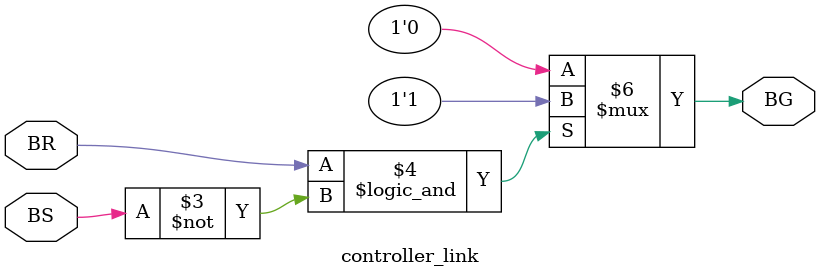
<source format=v>
`timescale 1ns / 1ps

module controller_link(
    input BS,BR,
    output reg BG
    );
	
    always @(BR)
        begin
            if(BR == 1 && BS == 0)
                begin
                    BG = 1;
                end
            else
                begin
                    BG = 0;
                end
        end
endmodule
</source>
